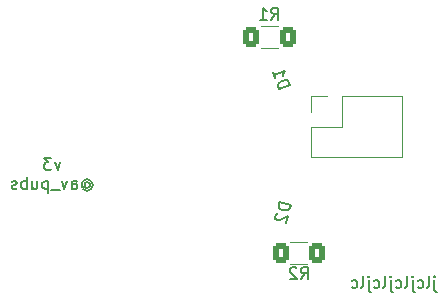
<source format=gbr>
G04 #@! TF.GenerationSoftware,KiCad,Pcbnew,(6.99.0-2452-gdb4f2d9dd8)*
G04 #@! TF.CreationDate,2022-07-21T07:10:37-08:00*
G04 #@! TF.ProjectId,jwtelescope,6a777465-6c65-4736-936f-70652e6b6963,rev?*
G04 #@! TF.SameCoordinates,Original*
G04 #@! TF.FileFunction,Legend,Bot*
G04 #@! TF.FilePolarity,Positive*
%FSLAX46Y46*%
G04 Gerber Fmt 4.6, Leading zero omitted, Abs format (unit mm)*
G04 Created by KiCad (PCBNEW (6.99.0-2452-gdb4f2d9dd8)) date 2022-07-21 07:10:37*
%MOMM*%
%LPD*%
G01*
G04 APERTURE LIST*
G04 Aperture macros list*
%AMRoundRect*
0 Rectangle with rounded corners*
0 $1 Rounding radius*
0 $2 $3 $4 $5 $6 $7 $8 $9 X,Y pos of 4 corners*
0 Add a 4 corners polygon primitive as box body*
4,1,4,$2,$3,$4,$5,$6,$7,$8,$9,$2,$3,0*
0 Add four circle primitives for the rounded corners*
1,1,$1+$1,$2,$3*
1,1,$1+$1,$4,$5*
1,1,$1+$1,$6,$7*
1,1,$1+$1,$8,$9*
0 Add four rect primitives between the rounded corners*
20,1,$1+$1,$2,$3,$4,$5,0*
20,1,$1+$1,$4,$5,$6,$7,0*
20,1,$1+$1,$6,$7,$8,$9,0*
20,1,$1+$1,$8,$9,$2,$3,0*%
G04 Aperture macros list end*
%ADD10C,0.150000*%
%ADD11C,0.120000*%
%ADD12RoundRect,0.250000X-0.400000X-0.625000X0.400000X-0.625000X0.400000X0.625000X-0.400000X0.625000X0*%
%ADD13R,1.700000X1.700000*%
%ADD14O,1.700000X1.700000*%
%ADD15RoundRect,0.250001X0.483999X-0.608501X0.723406X0.284978X-0.483999X0.608501X-0.723406X-0.284978X0*%
%ADD16RoundRect,0.250001X0.741523X-0.233822X0.440373X0.640781X-0.741523X0.233822X-0.440373X-0.640781X0*%
%ADD17RoundRect,0.250000X0.400000X0.625000X-0.400000X0.625000X-0.400000X-0.625000X0.400000X-0.625000X0*%
G04 APERTURE END LIST*
D10*
X76514285Y-47290714D02*
X76276190Y-47957380D01*
X76276190Y-47957380D02*
X76038095Y-47290714D01*
X75752380Y-46957380D02*
X75133333Y-46957380D01*
X75133333Y-46957380D02*
X75466666Y-47338333D01*
X75466666Y-47338333D02*
X75323809Y-47338333D01*
X75323809Y-47338333D02*
X75228571Y-47385952D01*
X75228571Y-47385952D02*
X75180952Y-47433571D01*
X75180952Y-47433571D02*
X75133333Y-47528809D01*
X75133333Y-47528809D02*
X75133333Y-47766904D01*
X75133333Y-47766904D02*
X75180952Y-47862142D01*
X75180952Y-47862142D02*
X75228571Y-47909761D01*
X75228571Y-47909761D02*
X75323809Y-47957380D01*
X75323809Y-47957380D02*
X75609523Y-47957380D01*
X75609523Y-47957380D02*
X75704761Y-47909761D01*
X75704761Y-47909761D02*
X75752380Y-47862142D01*
X78561905Y-49101190D02*
X78609524Y-49053571D01*
X78609524Y-49053571D02*
X78704762Y-49005952D01*
X78704762Y-49005952D02*
X78800000Y-49005952D01*
X78800000Y-49005952D02*
X78895238Y-49053571D01*
X78895238Y-49053571D02*
X78942857Y-49101190D01*
X78942857Y-49101190D02*
X78990476Y-49196428D01*
X78990476Y-49196428D02*
X78990476Y-49291666D01*
X78990476Y-49291666D02*
X78942857Y-49386904D01*
X78942857Y-49386904D02*
X78895238Y-49434523D01*
X78895238Y-49434523D02*
X78800000Y-49482142D01*
X78800000Y-49482142D02*
X78704762Y-49482142D01*
X78704762Y-49482142D02*
X78609524Y-49434523D01*
X78609524Y-49434523D02*
X78561905Y-49386904D01*
X78561905Y-49005952D02*
X78561905Y-49386904D01*
X78561905Y-49386904D02*
X78514286Y-49434523D01*
X78514286Y-49434523D02*
X78466667Y-49434523D01*
X78466667Y-49434523D02*
X78371428Y-49386904D01*
X78371428Y-49386904D02*
X78323809Y-49291666D01*
X78323809Y-49291666D02*
X78323809Y-49053571D01*
X78323809Y-49053571D02*
X78419048Y-48910714D01*
X78419048Y-48910714D02*
X78561905Y-48815476D01*
X78561905Y-48815476D02*
X78752381Y-48767857D01*
X78752381Y-48767857D02*
X78942857Y-48815476D01*
X78942857Y-48815476D02*
X79085714Y-48910714D01*
X79085714Y-48910714D02*
X79180952Y-49053571D01*
X79180952Y-49053571D02*
X79228571Y-49244047D01*
X79228571Y-49244047D02*
X79180952Y-49434523D01*
X79180952Y-49434523D02*
X79085714Y-49577380D01*
X79085714Y-49577380D02*
X78942857Y-49672619D01*
X78942857Y-49672619D02*
X78752381Y-49720238D01*
X78752381Y-49720238D02*
X78561905Y-49672619D01*
X78561905Y-49672619D02*
X78419048Y-49577380D01*
X77466667Y-49577380D02*
X77466667Y-49053571D01*
X77466667Y-49053571D02*
X77514286Y-48958333D01*
X77514286Y-48958333D02*
X77609524Y-48910714D01*
X77609524Y-48910714D02*
X77800000Y-48910714D01*
X77800000Y-48910714D02*
X77895238Y-48958333D01*
X77466667Y-49529761D02*
X77561905Y-49577380D01*
X77561905Y-49577380D02*
X77800000Y-49577380D01*
X77800000Y-49577380D02*
X77895238Y-49529761D01*
X77895238Y-49529761D02*
X77942857Y-49434523D01*
X77942857Y-49434523D02*
X77942857Y-49339285D01*
X77942857Y-49339285D02*
X77895238Y-49244047D01*
X77895238Y-49244047D02*
X77800000Y-49196428D01*
X77800000Y-49196428D02*
X77561905Y-49196428D01*
X77561905Y-49196428D02*
X77466667Y-49148809D01*
X77085714Y-48910714D02*
X76847619Y-49577380D01*
X76847619Y-49577380D02*
X76609524Y-48910714D01*
X76466667Y-49672619D02*
X75704762Y-49672619D01*
X75466666Y-48910714D02*
X75466666Y-49910714D01*
X75466666Y-48958333D02*
X75371428Y-48910714D01*
X75371428Y-48910714D02*
X75180952Y-48910714D01*
X75180952Y-48910714D02*
X75085714Y-48958333D01*
X75085714Y-48958333D02*
X75038095Y-49005952D01*
X75038095Y-49005952D02*
X74990476Y-49101190D01*
X74990476Y-49101190D02*
X74990476Y-49386904D01*
X74990476Y-49386904D02*
X75038095Y-49482142D01*
X75038095Y-49482142D02*
X75085714Y-49529761D01*
X75085714Y-49529761D02*
X75180952Y-49577380D01*
X75180952Y-49577380D02*
X75371428Y-49577380D01*
X75371428Y-49577380D02*
X75466666Y-49529761D01*
X74133333Y-48910714D02*
X74133333Y-49577380D01*
X74561904Y-48910714D02*
X74561904Y-49434523D01*
X74561904Y-49434523D02*
X74514285Y-49529761D01*
X74514285Y-49529761D02*
X74419047Y-49577380D01*
X74419047Y-49577380D02*
X74276190Y-49577380D01*
X74276190Y-49577380D02*
X74180952Y-49529761D01*
X74180952Y-49529761D02*
X74133333Y-49482142D01*
X73657142Y-49577380D02*
X73657142Y-48577380D01*
X73657142Y-48958333D02*
X73561904Y-48910714D01*
X73561904Y-48910714D02*
X73371428Y-48910714D01*
X73371428Y-48910714D02*
X73276190Y-48958333D01*
X73276190Y-48958333D02*
X73228571Y-49005952D01*
X73228571Y-49005952D02*
X73180952Y-49101190D01*
X73180952Y-49101190D02*
X73180952Y-49386904D01*
X73180952Y-49386904D02*
X73228571Y-49482142D01*
X73228571Y-49482142D02*
X73276190Y-49529761D01*
X73276190Y-49529761D02*
X73371428Y-49577380D01*
X73371428Y-49577380D02*
X73561904Y-49577380D01*
X73561904Y-49577380D02*
X73657142Y-49529761D01*
X72799999Y-49529761D02*
X72704761Y-49577380D01*
X72704761Y-49577380D02*
X72514285Y-49577380D01*
X72514285Y-49577380D02*
X72419047Y-49529761D01*
X72419047Y-49529761D02*
X72371428Y-49434523D01*
X72371428Y-49434523D02*
X72371428Y-49386904D01*
X72371428Y-49386904D02*
X72419047Y-49291666D01*
X72419047Y-49291666D02*
X72514285Y-49244047D01*
X72514285Y-49244047D02*
X72657142Y-49244047D01*
X72657142Y-49244047D02*
X72752380Y-49196428D01*
X72752380Y-49196428D02*
X72799999Y-49101190D01*
X72799999Y-49101190D02*
X72799999Y-49053571D01*
X72799999Y-49053571D02*
X72752380Y-48958333D01*
X72752380Y-48958333D02*
X72657142Y-48910714D01*
X72657142Y-48910714D02*
X72514285Y-48910714D01*
X72514285Y-48910714D02*
X72419047Y-48958333D01*
X108176190Y-57300714D02*
X108176190Y-58157857D01*
X108176190Y-58157857D02*
X108223809Y-58253095D01*
X108223809Y-58253095D02*
X108319047Y-58300714D01*
X108319047Y-58300714D02*
X108366666Y-58300714D01*
X108176190Y-56967380D02*
X108223809Y-57015000D01*
X108223809Y-57015000D02*
X108176190Y-57062619D01*
X108176190Y-57062619D02*
X108128571Y-57015000D01*
X108128571Y-57015000D02*
X108176190Y-56967380D01*
X108176190Y-56967380D02*
X108176190Y-57062619D01*
X107557143Y-57967380D02*
X107652381Y-57919761D01*
X107652381Y-57919761D02*
X107700000Y-57824523D01*
X107700000Y-57824523D02*
X107700000Y-56967380D01*
X106747619Y-57919761D02*
X106842857Y-57967380D01*
X106842857Y-57967380D02*
X107033333Y-57967380D01*
X107033333Y-57967380D02*
X107128571Y-57919761D01*
X107128571Y-57919761D02*
X107176190Y-57872142D01*
X107176190Y-57872142D02*
X107223809Y-57776904D01*
X107223809Y-57776904D02*
X107223809Y-57491190D01*
X107223809Y-57491190D02*
X107176190Y-57395952D01*
X107176190Y-57395952D02*
X107128571Y-57348333D01*
X107128571Y-57348333D02*
X107033333Y-57300714D01*
X107033333Y-57300714D02*
X106842857Y-57300714D01*
X106842857Y-57300714D02*
X106747619Y-57348333D01*
X106319047Y-57300714D02*
X106319047Y-58157857D01*
X106319047Y-58157857D02*
X106366666Y-58253095D01*
X106366666Y-58253095D02*
X106461904Y-58300714D01*
X106461904Y-58300714D02*
X106509523Y-58300714D01*
X106319047Y-56967380D02*
X106366666Y-57015000D01*
X106366666Y-57015000D02*
X106319047Y-57062619D01*
X106319047Y-57062619D02*
X106271428Y-57015000D01*
X106271428Y-57015000D02*
X106319047Y-56967380D01*
X106319047Y-56967380D02*
X106319047Y-57062619D01*
X105700000Y-57967380D02*
X105795238Y-57919761D01*
X105795238Y-57919761D02*
X105842857Y-57824523D01*
X105842857Y-57824523D02*
X105842857Y-56967380D01*
X104890476Y-57919761D02*
X104985714Y-57967380D01*
X104985714Y-57967380D02*
X105176190Y-57967380D01*
X105176190Y-57967380D02*
X105271428Y-57919761D01*
X105271428Y-57919761D02*
X105319047Y-57872142D01*
X105319047Y-57872142D02*
X105366666Y-57776904D01*
X105366666Y-57776904D02*
X105366666Y-57491190D01*
X105366666Y-57491190D02*
X105319047Y-57395952D01*
X105319047Y-57395952D02*
X105271428Y-57348333D01*
X105271428Y-57348333D02*
X105176190Y-57300714D01*
X105176190Y-57300714D02*
X104985714Y-57300714D01*
X104985714Y-57300714D02*
X104890476Y-57348333D01*
X104461904Y-57300714D02*
X104461904Y-58157857D01*
X104461904Y-58157857D02*
X104509523Y-58253095D01*
X104509523Y-58253095D02*
X104604761Y-58300714D01*
X104604761Y-58300714D02*
X104652380Y-58300714D01*
X104461904Y-56967380D02*
X104509523Y-57015000D01*
X104509523Y-57015000D02*
X104461904Y-57062619D01*
X104461904Y-57062619D02*
X104414285Y-57015000D01*
X104414285Y-57015000D02*
X104461904Y-56967380D01*
X104461904Y-56967380D02*
X104461904Y-57062619D01*
X103842857Y-57967380D02*
X103938095Y-57919761D01*
X103938095Y-57919761D02*
X103985714Y-57824523D01*
X103985714Y-57824523D02*
X103985714Y-56967380D01*
X103033333Y-57919761D02*
X103128571Y-57967380D01*
X103128571Y-57967380D02*
X103319047Y-57967380D01*
X103319047Y-57967380D02*
X103414285Y-57919761D01*
X103414285Y-57919761D02*
X103461904Y-57872142D01*
X103461904Y-57872142D02*
X103509523Y-57776904D01*
X103509523Y-57776904D02*
X103509523Y-57491190D01*
X103509523Y-57491190D02*
X103461904Y-57395952D01*
X103461904Y-57395952D02*
X103414285Y-57348333D01*
X103414285Y-57348333D02*
X103319047Y-57300714D01*
X103319047Y-57300714D02*
X103128571Y-57300714D01*
X103128571Y-57300714D02*
X103033333Y-57348333D01*
X102604761Y-57300714D02*
X102604761Y-58157857D01*
X102604761Y-58157857D02*
X102652380Y-58253095D01*
X102652380Y-58253095D02*
X102747618Y-58300714D01*
X102747618Y-58300714D02*
X102795237Y-58300714D01*
X102604761Y-56967380D02*
X102652380Y-57015000D01*
X102652380Y-57015000D02*
X102604761Y-57062619D01*
X102604761Y-57062619D02*
X102557142Y-57015000D01*
X102557142Y-57015000D02*
X102604761Y-56967380D01*
X102604761Y-56967380D02*
X102604761Y-57062619D01*
X101985714Y-57967380D02*
X102080952Y-57919761D01*
X102080952Y-57919761D02*
X102128571Y-57824523D01*
X102128571Y-57824523D02*
X102128571Y-56967380D01*
X101176190Y-57919761D02*
X101271428Y-57967380D01*
X101271428Y-57967380D02*
X101461904Y-57967380D01*
X101461904Y-57967380D02*
X101557142Y-57919761D01*
X101557142Y-57919761D02*
X101604761Y-57872142D01*
X101604761Y-57872142D02*
X101652380Y-57776904D01*
X101652380Y-57776904D02*
X101652380Y-57491190D01*
X101652380Y-57491190D02*
X101604761Y-57395952D01*
X101604761Y-57395952D02*
X101557142Y-57348333D01*
X101557142Y-57348333D02*
X101461904Y-57300714D01*
X101461904Y-57300714D02*
X101271428Y-57300714D01*
X101271428Y-57300714D02*
X101176190Y-57348333D01*
X96866666Y-57187380D02*
X97199999Y-56711190D01*
X97438094Y-57187380D02*
X97438094Y-56187380D01*
X97438094Y-56187380D02*
X97057142Y-56187380D01*
X97057142Y-56187380D02*
X96961904Y-56235000D01*
X96961904Y-56235000D02*
X96914285Y-56282619D01*
X96914285Y-56282619D02*
X96866666Y-56377857D01*
X96866666Y-56377857D02*
X96866666Y-56520714D01*
X96866666Y-56520714D02*
X96914285Y-56615952D01*
X96914285Y-56615952D02*
X96961904Y-56663571D01*
X96961904Y-56663571D02*
X97057142Y-56711190D01*
X97057142Y-56711190D02*
X97438094Y-56711190D01*
X96485713Y-56282619D02*
X96438094Y-56235000D01*
X96438094Y-56235000D02*
X96342856Y-56187380D01*
X96342856Y-56187380D02*
X96104761Y-56187380D01*
X96104761Y-56187380D02*
X96009523Y-56235000D01*
X96009523Y-56235000D02*
X95961904Y-56282619D01*
X95961904Y-56282619D02*
X95914285Y-56377857D01*
X95914285Y-56377857D02*
X95914285Y-56473095D01*
X95914285Y-56473095D02*
X95961904Y-56615952D01*
X95961904Y-56615952D02*
X96533332Y-57187380D01*
X96533332Y-57187380D02*
X95914285Y-57187380D01*
X96003880Y-50953191D02*
X95037954Y-50694372D01*
X95037954Y-50694372D02*
X94976331Y-50924354D01*
X94976331Y-50924354D02*
X94985353Y-51074668D01*
X94985353Y-51074668D02*
X95052697Y-51191311D01*
X95052697Y-51191311D02*
X95132365Y-51261957D01*
X95132365Y-51261957D02*
X95304026Y-51357252D01*
X95304026Y-51357252D02*
X95442015Y-51394226D01*
X95442015Y-51394226D02*
X95638326Y-51397528D01*
X95638326Y-51397528D02*
X95742644Y-51376181D01*
X95742644Y-51376181D02*
X95859286Y-51308838D01*
X95859286Y-51308838D02*
X95942257Y-51183173D01*
X95942257Y-51183173D02*
X96003880Y-50953191D01*
X94883453Y-51638951D02*
X94825132Y-51672622D01*
X94825132Y-51672622D02*
X94754486Y-51752291D01*
X94754486Y-51752291D02*
X94692862Y-51982273D01*
X94692862Y-51982273D02*
X94714209Y-52086591D01*
X94714209Y-52086591D02*
X94747881Y-52144912D01*
X94747881Y-52144912D02*
X94827549Y-52215558D01*
X94827549Y-52215558D02*
X94919542Y-52240207D01*
X94919542Y-52240207D02*
X95069856Y-52231185D01*
X95069856Y-52231185D02*
X95769711Y-51827124D01*
X95769711Y-51827124D02*
X95609489Y-52425078D01*
X95013778Y-41124955D02*
X95959297Y-40799387D01*
X95959297Y-40799387D02*
X95881780Y-40574264D01*
X95881780Y-40574264D02*
X95790246Y-40454693D01*
X95790246Y-40454693D02*
X95669190Y-40395650D01*
X95669190Y-40395650D02*
X95563638Y-40381632D01*
X95563638Y-40381632D02*
X95368036Y-40398620D01*
X95368036Y-40398620D02*
X95232961Y-40445130D01*
X95232961Y-40445130D02*
X95068366Y-40552167D01*
X95068366Y-40552167D02*
X94993820Y-40628199D01*
X94993820Y-40628199D02*
X94934777Y-40749255D01*
X94934777Y-40749255D02*
X94936262Y-40899832D01*
X94936262Y-40899832D02*
X95013778Y-41124955D01*
X94517674Y-39684165D02*
X94703713Y-40224461D01*
X94610694Y-39954313D02*
X95556212Y-39628745D01*
X95556212Y-39628745D02*
X95452145Y-39765304D01*
X95452145Y-39765304D02*
X95393102Y-39886360D01*
X95393102Y-39886360D02*
X95379084Y-39991913D01*
X94366666Y-35247380D02*
X94699999Y-34771190D01*
X94938094Y-35247380D02*
X94938094Y-34247380D01*
X94938094Y-34247380D02*
X94557142Y-34247380D01*
X94557142Y-34247380D02*
X94461904Y-34295000D01*
X94461904Y-34295000D02*
X94414285Y-34342619D01*
X94414285Y-34342619D02*
X94366666Y-34437857D01*
X94366666Y-34437857D02*
X94366666Y-34580714D01*
X94366666Y-34580714D02*
X94414285Y-34675952D01*
X94414285Y-34675952D02*
X94461904Y-34723571D01*
X94461904Y-34723571D02*
X94557142Y-34771190D01*
X94557142Y-34771190D02*
X94938094Y-34771190D01*
X93414285Y-35247380D02*
X93985713Y-35247380D01*
X93699999Y-35247380D02*
X93699999Y-34247380D01*
X93699999Y-34247380D02*
X93795237Y-34390238D01*
X93795237Y-34390238D02*
X93890475Y-34485476D01*
X93890475Y-34485476D02*
X93985713Y-34533095D01*
D11*
X95972936Y-54090000D02*
X97427064Y-54090000D01*
X95972936Y-55910000D02*
X97427064Y-55910000D01*
X105470000Y-41700000D02*
X105470000Y-46900000D01*
X100330000Y-41700000D02*
X105470000Y-41700000D01*
X100330000Y-41700000D02*
X100330000Y-44300000D01*
X99060000Y-41700000D02*
X97730000Y-41700000D01*
X97730000Y-41700000D02*
X97730000Y-43030000D01*
X100330000Y-44300000D02*
X97730000Y-44300000D01*
X97730000Y-44300000D02*
X97730000Y-46900000D01*
X97730000Y-46900000D02*
X105470000Y-46900000D01*
X94927064Y-37610000D02*
X93472936Y-37610000D01*
X94927064Y-35790000D02*
X93472936Y-35790000D01*
%LPC*%
D10*
G36*
X88400000Y-36000000D02*
G01*
X89000000Y-38100000D01*
X90100000Y-38100000D01*
X90700000Y-40100000D01*
X92000000Y-40200000D01*
X92600000Y-42200000D01*
X92100000Y-44000000D01*
X92800000Y-46100000D01*
X92300000Y-48000000D01*
X92900000Y-49900000D01*
X92400000Y-51900000D01*
X91100000Y-51900000D01*
X90700000Y-53700000D01*
X89400000Y-53600000D01*
X88900000Y-55600000D01*
X87700000Y-55500000D01*
X87200000Y-53500000D01*
X85900000Y-53400000D01*
X85300000Y-51500000D01*
X84100000Y-51500000D01*
X83500000Y-49500000D01*
X84000000Y-47500000D01*
X83300000Y-45400000D01*
X83900000Y-43600000D01*
X83200000Y-41600000D01*
X83800000Y-39700000D01*
X84900000Y-39700000D01*
X85300000Y-37800000D01*
X86600000Y-37800000D01*
X87100000Y-35900000D01*
X88400000Y-36000000D01*
G37*
X88400000Y-36000000D02*
X89000000Y-38100000D01*
X90100000Y-38100000D01*
X90700000Y-40100000D01*
X92000000Y-40200000D01*
X92600000Y-42200000D01*
X92100000Y-44000000D01*
X92800000Y-46100000D01*
X92300000Y-48000000D01*
X92900000Y-49900000D01*
X92400000Y-51900000D01*
X91100000Y-51900000D01*
X90700000Y-53700000D01*
X89400000Y-53600000D01*
X88900000Y-55600000D01*
X87700000Y-55500000D01*
X87200000Y-53500000D01*
X85900000Y-53400000D01*
X85300000Y-51500000D01*
X84100000Y-51500000D01*
X83500000Y-49500000D01*
X84000000Y-47500000D01*
X83300000Y-45400000D01*
X83900000Y-43600000D01*
X83200000Y-41600000D01*
X83800000Y-39700000D01*
X84900000Y-39700000D01*
X85300000Y-37800000D01*
X86600000Y-37800000D01*
X87100000Y-35900000D01*
X88400000Y-36000000D01*
D12*
X95150000Y-55000000D03*
X98250000Y-55000000D03*
D13*
X99059999Y-43029999D03*
D14*
X99059999Y-45569999D03*
X101599999Y-43029999D03*
X101599999Y-45569999D03*
X104139999Y-43029999D03*
X104139999Y-45569999D03*
D15*
X93315007Y-52536815D03*
X94084993Y-49663185D03*
D16*
X93884283Y-42306459D03*
X92915717Y-39493541D03*
D17*
X95750000Y-36700000D03*
X92650000Y-36700000D03*
M02*

</source>
